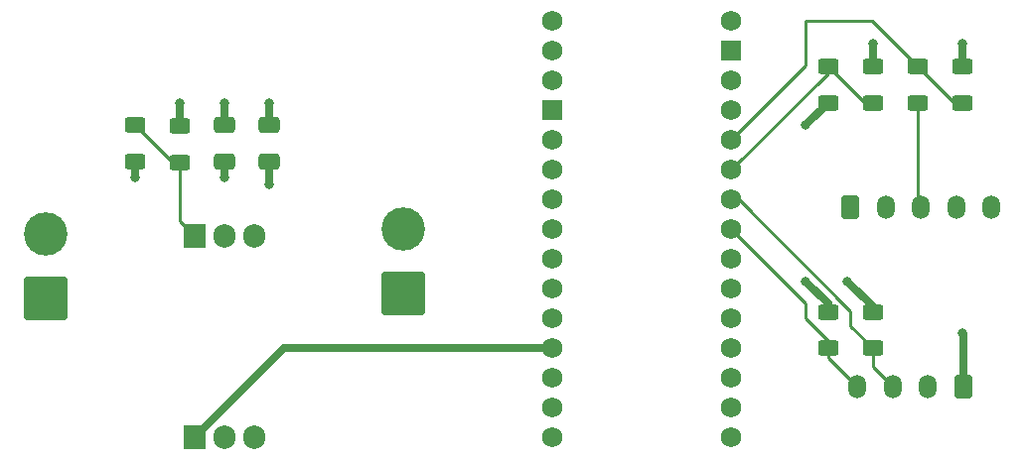
<source format=gbr>
%TF.GenerationSoftware,KiCad,Pcbnew,7.0.10*%
%TF.CreationDate,2024-02-15T22:29:50-05:00*%
%TF.ProjectId,heaterboard-2,68656174-6572-4626-9f61-72642d322e6b,2*%
%TF.SameCoordinates,Original*%
%TF.FileFunction,Copper,L1,Top*%
%TF.FilePolarity,Positive*%
%FSLAX46Y46*%
G04 Gerber Fmt 4.6, Leading zero omitted, Abs format (unit mm)*
G04 Created by KiCad (PCBNEW 7.0.10) date 2024-02-15 22:29:50*
%MOMM*%
%LPD*%
G01*
G04 APERTURE LIST*
G04 Aperture macros list*
%AMRoundRect*
0 Rectangle with rounded corners*
0 $1 Rounding radius*
0 $2 $3 $4 $5 $6 $7 $8 $9 X,Y pos of 4 corners*
0 Add a 4 corners polygon primitive as box body*
4,1,4,$2,$3,$4,$5,$6,$7,$8,$9,$2,$3,0*
0 Add four circle primitives for the rounded corners*
1,1,$1+$1,$2,$3*
1,1,$1+$1,$4,$5*
1,1,$1+$1,$6,$7*
1,1,$1+$1,$8,$9*
0 Add four rect primitives between the rounded corners*
20,1,$1+$1,$2,$3,$4,$5,0*
20,1,$1+$1,$4,$5,$6,$7,0*
20,1,$1+$1,$6,$7,$8,$9,0*
20,1,$1+$1,$8,$9,$2,$3,0*%
G04 Aperture macros list end*
%TA.AperFunction,ComponentPad*%
%ADD10R,1.905000X2.000000*%
%TD*%
%TA.AperFunction,ComponentPad*%
%ADD11O,1.905000X2.000000*%
%TD*%
%TA.AperFunction,ComponentPad*%
%ADD12RoundRect,0.250002X1.599998X1.599998X-1.599998X1.599998X-1.599998X-1.599998X1.599998X-1.599998X0*%
%TD*%
%TA.AperFunction,ComponentPad*%
%ADD13C,3.700000*%
%TD*%
%TA.AperFunction,SMDPad,CuDef*%
%ADD14RoundRect,0.250000X0.625000X-0.400000X0.625000X0.400000X-0.625000X0.400000X-0.625000X-0.400000X0*%
%TD*%
%TA.AperFunction,SMDPad,CuDef*%
%ADD15RoundRect,0.250000X-0.625000X0.400000X-0.625000X-0.400000X0.625000X-0.400000X0.625000X0.400000X0*%
%TD*%
%TA.AperFunction,SMDPad,CuDef*%
%ADD16RoundRect,0.250000X0.650000X-0.412500X0.650000X0.412500X-0.650000X0.412500X-0.650000X-0.412500X0*%
%TD*%
%TA.AperFunction,ComponentPad*%
%ADD17C,1.727200*%
%TD*%
%TA.AperFunction,ComponentPad*%
%ADD18R,1.727200X1.727200*%
%TD*%
%TA.AperFunction,ComponentPad*%
%ADD19RoundRect,0.250001X-0.499999X-0.759999X0.499999X-0.759999X0.499999X0.759999X-0.499999X0.759999X0*%
%TD*%
%TA.AperFunction,ComponentPad*%
%ADD20O,1.500000X2.020000*%
%TD*%
%TA.AperFunction,ComponentPad*%
%ADD21RoundRect,0.250001X0.499999X0.759999X-0.499999X0.759999X-0.499999X-0.759999X0.499999X-0.759999X0*%
%TD*%
%TA.AperFunction,ViaPad*%
%ADD22C,0.800000*%
%TD*%
%TA.AperFunction,Conductor*%
%ADD23C,0.250000*%
%TD*%
%TA.AperFunction,Conductor*%
%ADD24C,0.635000*%
%TD*%
G04 APERTURE END LIST*
D10*
%TO.P,Q1,1,G*%
%TO.N,/D9*%
X99060000Y-99060000D03*
D11*
%TO.P,Q1,2,D*%
%TO.N,Net-(J2-Pin_1)*%
X101600000Y-99060000D03*
%TO.P,Q1,3,S*%
%TO.N,GND*%
X104140000Y-99060000D03*
%TD*%
D12*
%TO.P,J1,1,Pin_1*%
%TO.N,GND*%
X86360000Y-87165000D03*
D13*
%TO.P,J1,2,Pin_2*%
%TO.N,+12V*%
X86360000Y-81665000D03*
%TD*%
D14*
%TO.P,R2,1*%
%TO.N,Net-(U1-ADJ)*%
X97790000Y-75565000D03*
%TO.P,R2,2*%
%TO.N,GND*%
X97790000Y-72465000D03*
%TD*%
D15*
%TO.P,R7,1*%
%TO.N,+5V*%
X156845000Y-88340000D03*
%TO.P,R7,2*%
%TO.N,/A5*%
X156845000Y-91440000D03*
%TD*%
D10*
%TO.P,U1,1,ADJ*%
%TO.N,Net-(U1-ADJ)*%
X99060000Y-81845000D03*
D11*
%TO.P,U1,2,VO*%
%TO.N,+9V*%
X101600000Y-81845000D03*
%TO.P,U1,3,VI*%
%TO.N,+12V*%
X104140000Y-81845000D03*
%TD*%
D14*
%TO.P,R6,1*%
%TO.N,/A7*%
X164465000Y-70485000D03*
%TO.P,R6,2*%
%TO.N,GND*%
X164465000Y-67385000D03*
%TD*%
D16*
%TO.P,C2,1*%
%TO.N,+9V*%
X101600000Y-75515000D03*
%TO.P,C2,2*%
%TO.N,GND*%
X101600000Y-72390000D03*
%TD*%
D17*
%TO.P,A1,3V3,3.3V*%
%TO.N,+3V3*%
X144780000Y-96520000D03*
%TO.P,A1,5V,5V*%
%TO.N,+5V*%
X144780000Y-71120000D03*
%TO.P,A1,A0,A0*%
%TO.N,/A0*%
X144780000Y-91440000D03*
%TO.P,A1,A1,A1*%
%TO.N,/A1*%
X144780000Y-88900000D03*
%TO.P,A1,A2,A2*%
%TO.N,/A2*%
X144780000Y-86360000D03*
%TO.P,A1,A3,A3*%
%TO.N,/A3*%
X144780000Y-83820000D03*
%TO.P,A1,A4,A4/SDA*%
%TO.N,/A4*%
X144780000Y-81280000D03*
%TO.P,A1,A5,A5/SCL*%
%TO.N,/A5*%
X144780000Y-78740000D03*
%TO.P,A1,A6,A6*%
%TO.N,/A6*%
X144780000Y-76200000D03*
%TO.P,A1,A7,A7*%
%TO.N,/A7*%
X144780000Y-73660000D03*
%TO.P,A1,AREF,AREF*%
%TO.N,/AREF*%
X144780000Y-93980000D03*
%TO.P,A1,D0,D0/RX*%
%TO.N,/D0*%
X129540000Y-66040000D03*
%TO.P,A1,D1,D1/TX*%
%TO.N,/D1*%
X129540000Y-63500000D03*
%TO.P,A1,D2,D2_INT0*%
%TO.N,/D2*%
X129540000Y-73660000D03*
%TO.P,A1,D3,D3_INT1*%
%TO.N,/D3*%
X129540000Y-76200000D03*
%TO.P,A1,D4,D4*%
%TO.N,/D4*%
X129540000Y-78740000D03*
%TO.P,A1,D5,D5*%
%TO.N,/D5*%
X129540000Y-81280000D03*
%TO.P,A1,D6,D6*%
%TO.N,/D6*%
X129540000Y-83820000D03*
%TO.P,A1,D7,D7*%
%TO.N,/D7*%
X129540000Y-86360000D03*
%TO.P,A1,D8,D8*%
%TO.N,/D8*%
X129540000Y-88900000D03*
%TO.P,A1,D9,D9*%
%TO.N,/D9*%
X129540000Y-91440000D03*
%TO.P,A1,D10,D10*%
%TO.N,/D10*%
X129540000Y-93980000D03*
%TO.P,A1,D11,D11_MOSI*%
%TO.N,/D11*%
X129540000Y-96520000D03*
%TO.P,A1,D12,D12_MISO*%
%TO.N,/D12*%
X129540000Y-99060000D03*
%TO.P,A1,D13,D13_SCK*%
%TO.N,/D13*%
X144780000Y-99060000D03*
D18*
%TO.P,A1,GND1,GND*%
%TO.N,GND*%
X129540000Y-71120000D03*
%TO.P,A1,GND2,GND*%
X144780000Y-66040000D03*
D17*
%TO.P,A1,RST1,RESET*%
%TO.N,unconnected-(A1-RESET-PadRST1)*%
X129540000Y-68580000D03*
%TO.P,A1,RST2,RESET*%
%TO.N,unconnected-(A1-RESET-PadRST2)*%
X144780000Y-68580000D03*
%TO.P,A1,VIN,VIN*%
%TO.N,+9V*%
X144780000Y-63500000D03*
%TD*%
D14*
%TO.P,R4,1*%
%TO.N,/A6*%
X156845000Y-70485000D03*
%TO.P,R4,2*%
%TO.N,GND*%
X156845000Y-67385000D03*
%TD*%
%TO.P,R1,1*%
%TO.N,+9V*%
X93980000Y-75490000D03*
%TO.P,R1,2*%
%TO.N,Net-(U1-ADJ)*%
X93980000Y-72390000D03*
%TD*%
%TO.P,R5,1*%
%TO.N,Net-(J4-Pin_3)*%
X160655000Y-70485000D03*
%TO.P,R5,2*%
%TO.N,/A7*%
X160655000Y-67385000D03*
%TD*%
D19*
%TO.P,J4,1,Pin_1*%
%TO.N,unconnected-(J4-Pin_1-Pad1)*%
X154940000Y-79375000D03*
D20*
%TO.P,J4,2,Pin_2*%
%TO.N,+12V*%
X157940000Y-79375000D03*
%TO.P,J4,3,Pin_3*%
%TO.N,Net-(J4-Pin_3)*%
X160940000Y-79375000D03*
%TO.P,J4,4,Pin_4*%
%TO.N,+12V*%
X163940000Y-79375000D03*
%TO.P,J4,5,Pin_5*%
%TO.N,GND*%
X166940000Y-79375000D03*
%TD*%
D14*
%TO.P,R3,1*%
%TO.N,+12V*%
X153035000Y-70485000D03*
%TO.P,R3,2*%
%TO.N,/A6*%
X153035000Y-67385000D03*
%TD*%
D12*
%TO.P,J2,1,Pin_1*%
%TO.N,Net-(J2-Pin_1)*%
X116840000Y-86780000D03*
D13*
%TO.P,J2,2,Pin_2*%
%TO.N,+12V*%
X116840000Y-81280000D03*
%TD*%
D21*
%TO.P,J3,1,Pin_1*%
%TO.N,+5V*%
X164520000Y-94740000D03*
D20*
%TO.P,J3,2,Pin_2*%
%TO.N,GND*%
X161520000Y-94740000D03*
%TO.P,J3,3,Pin_3*%
%TO.N,/A5*%
X158520000Y-94740000D03*
%TO.P,J3,4,Pin_4*%
%TO.N,/A4*%
X155520000Y-94740000D03*
%TD*%
D15*
%TO.P,R8,1*%
%TO.N,+5V*%
X153035000Y-88340000D03*
%TO.P,R8,2*%
%TO.N,/A4*%
X153035000Y-91440000D03*
%TD*%
D16*
%TO.P,C1,1*%
%TO.N,+12V*%
X105410000Y-75515000D03*
%TO.P,C1,2*%
%TO.N,GND*%
X105410000Y-72390000D03*
%TD*%
D22*
%TO.N,GND*%
X164465000Y-65405000D03*
X105410000Y-70485000D03*
X101600000Y-70485000D03*
X156845000Y-65405000D03*
X97790000Y-70485000D03*
%TO.N,+9V*%
X93980000Y-76835000D03*
X101600000Y-76835000D03*
%TO.N,+12V*%
X105410000Y-77470000D03*
X151130000Y-72390000D03*
%TO.N,+5V*%
X164465000Y-90170000D03*
X154658322Y-85725000D03*
X154658322Y-85725000D03*
X151130000Y-85725000D03*
%TD*%
D23*
%TO.N,/A4*%
X153035000Y-90805000D02*
X151130000Y-88900000D01*
X151130000Y-88900000D02*
X151130000Y-87630000D01*
X153035000Y-92255000D02*
X155520000Y-94740000D01*
X153035000Y-91440000D02*
X153035000Y-90805000D01*
X153035000Y-91440000D02*
X153035000Y-92255000D01*
X151130000Y-87630000D02*
X144780000Y-81280000D01*
%TO.N,/A5*%
X156845000Y-91440000D02*
X156845000Y-93065000D01*
X154940000Y-88265000D02*
X145415000Y-78740000D01*
X145415000Y-78740000D02*
X144780000Y-78740000D01*
X154940000Y-89535000D02*
X154940000Y-88265000D01*
X156845000Y-93065000D02*
X158520000Y-94740000D01*
X156845000Y-91440000D02*
X154940000Y-89535000D01*
%TO.N,/A6*%
X153035000Y-67945000D02*
X144780000Y-76200000D01*
X156135000Y-70485000D02*
X156845000Y-70485000D01*
X153035000Y-67385000D02*
X153035000Y-67945000D01*
X153035000Y-67385000D02*
X156135000Y-70485000D01*
%TO.N,/A7*%
X144780000Y-73660000D02*
X151130000Y-67310000D01*
X151130000Y-67310000D02*
X151130000Y-63500000D01*
X160655000Y-67385000D02*
X163755000Y-70485000D01*
X156770000Y-63500000D02*
X160655000Y-67385000D01*
X163755000Y-70485000D02*
X164465000Y-70485000D01*
X151130000Y-63500000D02*
X156770000Y-63500000D01*
D24*
%TO.N,/D9*%
X99060000Y-99060000D02*
X106680000Y-91440000D01*
X106680000Y-91440000D02*
X129540000Y-91440000D01*
%TO.N,GND*%
X156845000Y-67385000D02*
X156845000Y-65405000D01*
X101600000Y-72390000D02*
X101600000Y-70485000D01*
X97790000Y-72465000D02*
X97790000Y-70485000D01*
X105410000Y-72390000D02*
X105410000Y-70485000D01*
X164465000Y-67385000D02*
X164465000Y-65405000D01*
%TO.N,+9V*%
X93980000Y-75490000D02*
X93980000Y-76835000D01*
X101600000Y-75515000D02*
X101600000Y-76835000D01*
%TO.N,+12V*%
X105410000Y-75515000D02*
X105410000Y-77470000D01*
X153035000Y-70485000D02*
X151130000Y-72390000D01*
D23*
%TO.N,Net-(J4-Pin_3)*%
X160655000Y-70485000D02*
X160655000Y-79090000D01*
X160655000Y-79090000D02*
X160940000Y-79375000D01*
D24*
%TO.N,+5V*%
X153035000Y-87630000D02*
X151130000Y-85725000D01*
X164520000Y-90225000D02*
X164520000Y-94740000D01*
X164465000Y-90170000D02*
X164520000Y-90225000D01*
X153035000Y-88340000D02*
X153035000Y-87630000D01*
X156845000Y-87911678D02*
X154658322Y-85725000D01*
X156845000Y-88340000D02*
X156845000Y-87911678D01*
D23*
%TO.N,Net-(U1-ADJ)*%
X97790000Y-80575000D02*
X99060000Y-81845000D01*
X97155000Y-75565000D02*
X97790000Y-75565000D01*
X97790000Y-75565000D02*
X97790000Y-80575000D01*
X93980000Y-72390000D02*
X97155000Y-75565000D01*
%TD*%
M02*

</source>
